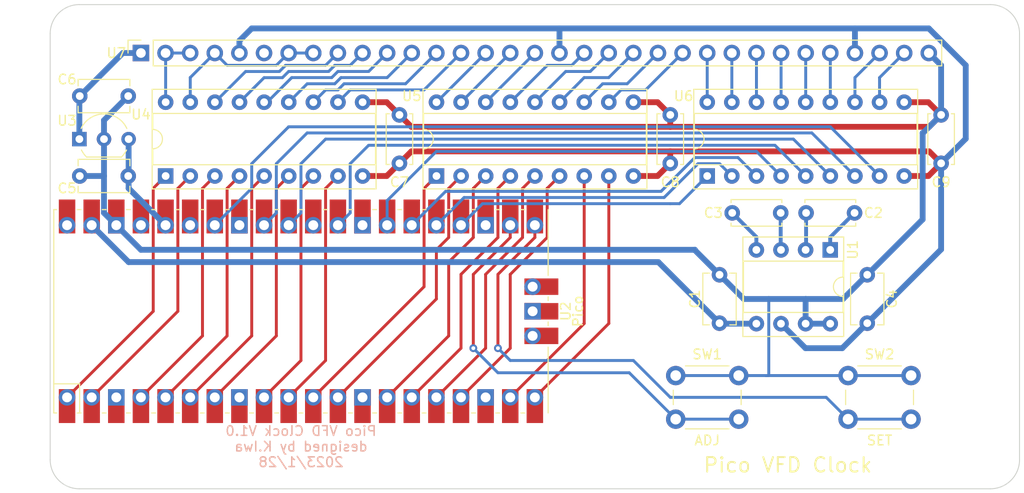
<source format=kicad_pcb>
(kicad_pcb (version 20211014) (generator pcbnew)
  (layers (0 "F.Cu" signal) (31 "B.Cu" signal) (34 "B.Paste" user) (35 "F.Paste" user) (36 "B.SilkS" user "B.Silkscreen") (37 "F.SilkS" user "F.Silkscreen") (38 "B.Mask" user) (39 "F.Mask" user) (44 "Edge.Cuts" user))
  (net 0 "")
  (net 1 "VCC")
  (net 2 "GND")
  (net 3 "+12V")
  (net 4 "Net-(C2-Pad2)")
  (net 5 "+3V3")
  (net 6 "+2V5")
  (net 7 "Dot")
  (net 8 "1adeg")
  (net 10 "1b")
  (net 11 "1c")
  (net 12 "2f")
  (net 13 "2g")
  (net 15 "2a")
  (net 16 "2b")
  (net 17 "2d")
  (net 18 "2c")
  (net 20 "2e")
  (net 21 "3f")
  (net 22 "3g")
  (net 23 "3ad")
  (net 25 "3b")
  (net 26 "3e")
  (net 27 "3c")
  (net 28 "4f")
  (net 30 "4g")
  (net 31 "4a")
  (net 32 "4b")
  (net 33 "4e")
  (net 35 "4c")
  (net 36 "4d")
  (net 44 "Net-(U4-Pad11)")
  (net 45 "Net-(U4-Pad12)")
  (net 46 "Net-(U4-Pad13)")
  (net 47 "Net-(U4-Pad14)")
  (net 48 "Net-(U4-Pad15)")
  (net 49 "Net-(U4-Pad16)")
  (net 50 "Net-(U4-Pad17)")
  (net 51 "Net-(U4-Pad18)")
  (net 52 "Net-(U5-Pad11)")
  (net 53 "Net-(U5-Pad12)")
  (net 54 "Net-(U5-Pad13)")
  (net 55 "Net-(U5-Pad14)")
  (net 56 "Net-(U5-Pad15)")
  (net 57 "Net-(U5-Pad16)")
  (net 58 "Net-(U5-Pad17)")
  (net 59 "Net-(U5-Pad18)")
  (net 60 "Net-(U6-Pad11)")
  (net 61 "Net-(U6-Pad12)")
  (net 62 "Net-(U6-Pad13)")
  (net 63 "Net-(U6-Pad14)")
  (net 64 "Net-(U6-Pad15)")
  (net 65 "Net-(U6-Pad16)")
  (net 66 "Net-(U6-Pad17)")
  (net 67 "Net-(U6-Pad18)")
  (net 70 "Net-(C2-Pad1)")
  (net 71 "Net-(C3-Pad1)")
  (net 72 "Net-(C3-Pad2)")
  (net 73 "Net-(SW1-Pad1)")
  (net 74 "Net-(SW2-Pad1)")
  (footprint "MountingHole:MountingHole_3.2mm_M3" (layer "F.Cu") (at 181.62 108.04)
    (fp_text reference "REF**" hide)
    (fp_text value "MountingHole_3.2mm_M3" hide)
  )
  (footprint "Button_Switch_THT:SW_PUSH_6mm_H7.3mm" (layer "F.Cu") (at 155.65 103.85 180)
    (fp_text reference "SW1")
    (fp_text value "ADJ")
  )
  (footprint "Package_DIP:DIP-18_W7.62mm_Socket" (layer "F.Cu") (at 152.4 78.74 90)
    (fp_text reference "U6")
    (fp_text value "TBD62783A")
  )
  (footprint "Capacitor_THT:C_Disc_D5.1mm_W3.2mm_P5.00mm" (layer "F.Cu") (at 92.67 78.74 180)
    (fp_text reference "C5")
    (fp_text value "4.7u")
  )
  (footprint "MCU_RaspberryPi_and_Boards:RPi_Pico_SMD_TH" (layer "F.Cu") (at 110.49 92.71 90)
    (fp_text reference "U2")
    (fp_text value "Pico")
  )
  (footprint "Capacitor_THT:C_Disc_D5.1mm_W3.2mm_P5.00mm" (layer "F.Cu") (at 153.67 93.94 90)
    (fp_text reference "C1")
    (fp_text value "4.7u")
  )
  (footprint "Package_DIP:DIP-18_W7.62mm_Socket" (layer "F.Cu") (at 124.47 78.74 90)
    (fp_text reference "U5")
    (fp_text value "TBD62783A")
  )
  (footprint "Package_DIP:DIP-18_W7.62mm_Socket" (layer "F.Cu") (at 96.53 78.74 90)
    (fp_text reference "U4")
    (fp_text value "TBD62783A")
  )
  (footprint "Capacitor_THT:C_Disc_D5.0mm_W2.5mm_P5.00mm" (layer "F.Cu") (at 148.59 72.43 -90)
    (fp_text reference "C8")
    (fp_text value "0.1u")
  )
  (footprint "MountingHole:MountingHole_3.2mm_M3" (layer "F.Cu") (at 87.62 108.04)
    (fp_text reference "REF**" hide)
    (fp_text value "MountingHole_3.2mm_M3" hide)
  )
  (footprint "Capacitor_THT:C_Disc_D5.0mm_W2.5mm_P5.00mm" (layer "F.Cu") (at 120.65 72.43 -90)
    (fp_text reference "C7")
    (fp_text value "0.1u")
  )
  (footprint "Package_TO_SOT_THT:TO-92_Inline_Wide" (layer "F.Cu") (at 87.63 74.93)
    (fp_text reference "U3")
    (fp_text value "UT7500L-T25-T92-B-K")
  )
  (footprint "Capacitor_THT:C_Disc_D5.1mm_W3.2mm_P5.00mm" (layer "F.Cu") (at 168.91 93.94 90)
    (fp_text reference "C4")
    (fp_text value "4.7u")
  )
  (footprint "Package_DIP:DIP-8_W7.62mm_Socket" (layer "F.Cu") (at 165.09 86.37 -90)
    (fp_text reference "U1")
    (fp_text value "MAX662")
  )
  (footprint "Capacitor_THT:C_Disc_D5.0mm_W2.5mm_P5.00mm" (layer "F.Cu") (at 154.98 82.55)
    (fp_text reference "C3")
    (fp_text value "0.33u")
  )
  (footprint "Capacitor_THT:C_Disc_D5.0mm_W2.5mm_P5.00mm" (layer "F.Cu") (at 176.53 72.43 -90)
    (fp_text reference "C9")
    (fp_text value "0.1u")
  )
  (footprint "MountingHole:MountingHole_3.2mm_M3" (layer "F.Cu") (at 181.62 64.04)
    (fp_text reference "REF**" hide)
    (fp_text value "MountingHole_3.2mm_M3" hide)
  )
  (footprint "Capacitor_THT:C_Disc_D5.0mm_W2.5mm_P5.00mm" (layer "F.Cu") (at 162.6 82.55)
    (fp_text reference "C2")
    (fp_text value "0.33u")
  )
  (footprint "MountingHole:MountingHole_3.2mm_M3" (layer "F.Cu") (at 87.62 64.04)
    (fp_text reference "REF**" hide)
    (fp_text value "MountingHole_3.2mm_M3" hide)
  )
  (footprint "Connector_PinSocket_2.54mm:PinSocket_1x33_P2.54mm_Vertical" (layer "F.Cu") (at 93.98 66.04 90)
    (fp_text reference "U7")
    (fp_text value "LD8195")
  )
  (footprint "Capacitor_THT:C_Disc_D5.1mm_W3.2mm_P5.00mm" (layer "F.Cu") (at 87.67 70.485)
    (fp_text reference "C6")
    (fp_text value "4.7u")
  )
  (footprint "Button_Switch_THT:SW_PUSH_6mm_H7.3mm" (layer "F.Cu") (at 173.43 103.85 180)
    (fp_text reference "SW2")
    (fp_text value "SET")
  )
  (gr_arc (start 87.62 111.04) (mid 85.49868 110.16132) (end 84.62 108.04) (layer "Edge.Cuts") (width 0.1))
  (gr_line (start 181.62 111.04) (end 87.62 111.04) (layer "Edge.Cuts") (width 0.1))
  (gr_arc (start 84.62 64.04) (mid 85.49868 61.91868) (end 87.62 61.04) (layer "Edge.Cuts") (width 0.1))
  (gr_arc (start 184.62 108.04) (mid 183.74132 110.16132) (end 181.62 111.04) (layer "Edge.Cuts") (width 0.1))
  (gr_line (start 84.62 108.04) (end 84.62 64.04) (layer "Edge.Cuts") (width 0.1))
  (gr_line (start 87.62 61.04) (end 181.62 61.04) (layer "Edge.Cuts") (width 0.1))
  (gr_line (start 184.62 64.04) (end 184.62 108.04) (layer "Edge.Cuts") (width 0.1))
  (gr_arc (start 181.62 61.04) (mid 183.74132 61.91868) (end 184.62 64.04) (layer "Edge.Cuts") (width 0.1))
  (gr_text "Pico VFD Clock V1.0\ndesigned by K.Iwa\n2023/1/28" (at 110.49 106.68) (layer "B.SilkS") (effects (font (size 1 1)) (justify mirror)))
  (gr_text "Pico VFD Clock " (at 161.29 108.585) (layer "F.SilkS") (effects (font (size 1.5 1.5) (thickness 0.2))))
  (segment (start 147.36 87.63) (end 92.71 87.63) (width 0.6) (layer "B.Cu") (net 1))
  (segment (start 153.72 93.99) (end 153.67 93.94) (width 0.6) (layer "B.Cu") (net 1))
  (segment (start 92.71 87.63) (end 88.9 83.82) (width 0.6) (layer "B.Cu") (net 1))
  (segment (start 153.67 93.94) (end 147.36 87.63) (width 0.6) (layer "B.Cu") (net 1))
  (segment (start 157.47 93.99) (end 153.72 93.99) (width 0.6) (layer "B.Cu") (net 1))
  (segment (start 121.88 73.66) (end 148.59 73.66) (width 0.6) (layer "F.Cu") (net 2))
  (segment (start 148.59 73.66) (end 175.3 73.66) (width 0.6) (layer "F.Cu") (net 2))
  (segment (start 116.85 71.12) (end 119.34 71.12) (width 0.6) (layer "F.Cu") (net 2))
  (segment (start 119.34 71.12) (end 120.65 72.43) (width 0.6) (layer "F.Cu") (net 2))
  (segment (start 175.3 73.66) (end 176.53 72.43) (width 0.6) (layer "F.Cu") (net 2))
  (segment (start 175.22 71.12) (end 176.53 72.43) (width 0.6) (layer "F.Cu") (net 2))
  (segment (start 120.65 72.43) (end 121.88 73.66) (width 0.6) (layer "F.Cu") (net 2))
  (segment (start 144.79 71.12) (end 147.28 71.12) (width 0.6) (layer "F.Cu") (net 2))
  (segment (start 148.59 72.43) (end 148.59 73.66) (width 0.6) (layer "F.Cu") (net 2))
  (segment (start 172.72 71.12) (end 175.22 71.12) (width 0.6) (layer "F.Cu") (net 2))
  (segment (start 147.28 71.12) (end 148.59 72.43) (width 0.6) (layer "F.Cu") (net 2))
  (segment (start 92.67 70.485) (end 90.17 72.985) (width 0.6) (layer "B.Cu") (net 2))
  (segment (start 91.44 83.82) (end 93.98 86.36) (width 0.6) (layer "B.Cu") (net 2))
  (segment (start 158.75 91.44) (end 162.56 91.44) (width 0.6) (layer "B.Cu") (net 2))
  (segment (start 162.55 93.99) (end 162.55 91.45) (width 0.6) (layer "B.Cu") (net 2))
  (segment (start 151.13 86.36) (end 151.13 86.4) (width 0.6) (layer "B.Cu") (net 2))
  (segment (start 158.714 99.35) (end 158.75 99.314) (width 0.3) (layer "B.Cu") (net 2))
  (segment (start 158.46 99.35) (end 155.65 99.35) (width 0.3) (layer "B.Cu") (net 2))
  (segment (start 174.625 74.295) (end 174.665 74.295) (width 0.6) (layer "B.Cu") (net 2))
  (segment (start 176.53 72.43) (end 176.53 67.31) (width 0.6) (layer "B.Cu") (net 2))
  (segment (start 174.625 83.225) (end 174.625 74.295) (width 0.6) (layer "B.Cu") (net 2))
  (segment (start 90.17 82.55) (end 90.17 78.74) (width 0.6) (layer "B.Cu") (net 2))
  (segment (start 158.75 99.314) (end 158.75 91.44) (width 0.3) (layer "B.Cu") (net 2))
  (segment (start 173.43 99.35) (end 166.93 99.35) (width 0.3) (layer "B.Cu") (net 2))
  (segment (start 93.98 86.36) (end 151.13 86.36) (width 0.6) (layer "B.Cu") (net 2))
  (segment (start 162.56 91.44) (end 166.41 91.44) (width 0.6) (layer "B.Cu") (net 2))
  (segment (start 91.44 83.82) (end 90.17 82.55) (width 0.6) (layer "B.Cu") (net 2))
  (segment (start 162.55 91.45) (end 162.56 91.44) (width 0.6) (layer "B.Cu") (net 2))
  (segment (start 166.41 91.44) (end 168.91 88.94) (width 0.6) (layer "B.Cu") (net 2))
  (segment (start 174.665 74.295) (end 176.53 72.43) (width 0.6) (layer "B.Cu") (net 2))
  (segment (start 162.55 93.99) (end 165.09 93.99) (width 0.6) (layer "B.Cu") (net 2))
  (segment (start 176.53 67.31) (end 175.26 66.04) (width 0.6) (layer "B.Cu") (net 2))
  (segment (start 156.17 91.44) (end 158.75 91.44) (width 0.6) (layer "B.Cu") (net 2))
  (segment (start 87.67 78.74) (end 90.17 78.74) (width 0.6) (layer "B.Cu") (net 2))
  (segment (start 149.15 99.35) (end 155.65 99.35) (width 0.3) (layer "B.Cu") (net 2))
  (segment (start 90.17 72.985) (end 90.17 74.93) (width 0.6) (layer "B.Cu") (net 2))
  (segment (start 90.17 78.74) (end 90.17 74.93) (width 0.6) (layer "B.Cu") (net 2))
  (segment (start 166.93 99.35) (end 158.46 99.35) (width 0.3) (layer "B.Cu") (net 2))
  (segment (start 153.67 88.94) (end 156.17 91.44) (width 0.6) (layer "B.Cu") (net 2))
  (segment (start 168.91 88.94) (end 174.625 83.225) (width 0.6) (layer "B.Cu") (net 2))
  (segment (start 158.46 99.35) (end 158.714 99.35) (width 0.3) (layer "B.Cu") (net 2))
  (segment (start 151.13 86.4) (end 153.67 88.94) (width 0.6) (layer "B.Cu") (net 2))
  (segment (start 176.53 77.43) (end 175.3 76.2) (width 0.6) (layer "F.Cu") (net 3))
  (segment (start 116.85 78.74) (end 119.34 78.74) (width 0.6) (layer "F.Cu") (net 3))
  (segment (start 147.28 78.74) (end 148.59 77.43) (width 0.6) (layer "F.Cu") (net 3))
  (segment (start 121.88 76.2) (end 120.65 77.43) (width 0.6) (layer "F.Cu") (net 3))
  (segment (start 119.34 78.74) (end 120.65 77.43) (width 0.6) (layer "F.Cu") (net 3))
  (segment (start 175.22 78.74) (end 176.53 77.43) (width 0.6) (layer "F.Cu") (net 3))
  (segment (start 144.79 78.74) (end 147.28 78.74) (width 0.6) (layer "F.Cu") (net 3))
  (segment (start 148.59 77.43) (end 148.59 76.2) (width 0.6) (layer "F.Cu") (net 3))
  (segment (start 172.72 78.74) (end 175.22 78.74) (width 0.6) (layer "F.Cu") (net 3))
  (segment (start 148.59 76.2) (end 121.88 76.2) (width 0.6) (layer "F.Cu") (net 3))
  (segment (start 175.3 76.2) (end 148.59 76.2) (width 0.6) (layer "F.Cu") (net 3))
  (segment (start 104.14 64.77) (end 105.41 63.5) (width 0.6) (layer "B.Cu") (net 3))
  (segment (start 176.53 86.32) (end 176.53 77.43) (width 0.6) (layer "B.Cu") (net 3))
  (segment (start 167.64 63.5) (end 167.64 66.04) (width 0.6) (layer "B.Cu") (net 3))
  (segment (start 168.91 93.94) (end 176.53 86.32) (width 0.6) (layer "B.Cu") (net 3))
  (segment (start 179.07 74.89) (end 176.53 77.43) (width 0.6) (layer "B.Cu") (net 3))
  (segment (start 105.41 63.5) (end 137.16 63.5) (width 0.6) (layer "B.Cu") (net 3))
  (segment (start 162.54 96.52) (end 160.01 93.99) (width 0.6) (layer "B.Cu") (net 3))
  (segment (start 175.26 63.5) (end 179.07 67.31) (width 0.6) (layer "B.Cu") (net 3))
  (segment (start 167.64 63.5) (end 175.26 63.5) (width 0.6) (layer "B.Cu") (net 3))
  (segment (start 137.16 63.5) (end 137.16 66.04) (width 0.6) (layer "B.Cu") (net 3))
  (segment (start 168.91 93.94) (end 166.33 96.52) (width 0.6) (layer "B.Cu") (net 3))
  (segment (start 104.14 66.04) (end 104.14 64.77) (width 0.6) (layer "B.Cu") (net 3))
  (segment (start 137.16 63.5) (end 167.64 63.5) (width 0.6) (layer "B.Cu") (net 3))
  (segment (start 179.07 67.31) (end 179.07 74.89) (width 0.6) (layer "B.Cu") (net 3))
  (segment (start 166.33 96.52) (end 162.54 96.52) (width 0.6) (layer "B.Cu") (net 3))
  (segment (start 165.09 85.06) (end 167.6 82.55) (width 0.4) (layer "B.Cu") (net 4))
  (segment (start 165.09 86.37) (end 165.09 85.06) (width 0.4) (layer "B.Cu") (net 4))
  (segment (start 92.71 80.01) (end 92.71 74.93) (width 0.6) (layer "B.Cu") (net 5))
  (segment (start 96.52 83.82) (end 92.71 80.01) (width 0.6) (layer "B.Cu") (net 5))
  (segment (start 87.63 70.525) (end 87.67 70.485) (width 0.6) (layer "B.Cu") (net 6))
  (segment (start 87.67 70.485) (end 92.115 66.04) (width 0.6) (layer "B.Cu") (net 6))
  (segment (start 92.115 66.04) (end 93.98 66.04) (width 0.6) (layer "B.Cu") (net 6))
  (segment (start 87.63 74.93) (end 87.63 70.525) (width 0.6) (layer "B.Cu") (net 6))
  (segment (start 95.25 80.01) (end 96.52 78.74) (width 0.3) (layer "F.Cu") (net 7))
  (segment (start 95.25 92.71) (end 95.25 80.01) (width 0.3) (layer "F.Cu") (net 7))
  (segment (start 86.36 101.6) (end 95.25 92.71) (width 0.3) (layer "F.Cu") (net 7))
  (segment (start 96.52 78.74) (end 96.53 78.74) (width 0.3) (layer "F.Cu") (net 7))
  (segment (start 88.9 101.6) (end 97.79 92.71) (width 0.3) (layer "F.Cu") (net 8))
  (segment (start 97.79 80.02) (end 99.07 78.74) (width 0.3) (layer "F.Cu") (net 8))
  (segment (start 97.79 92.71) (end 97.79 80.02) (width 0.3) (layer "F.Cu") (net 8))
  (segment (start 100.33 95.25) (end 100.33 80.02) (width 0.3) (layer "F.Cu") (net 10))
  (segment (start 93.98 101.6) (end 100.33 95.25) (width 0.3) (layer "F.Cu") (net 10))
  (segment (start 100.33 80.02) (end 101.61 78.74) (width 0.3) (layer "F.Cu") (net 10))
  (segment (start 102.87 95.25) (end 102.87 80.02) (width 0.3) (layer "F.Cu") (net 11))
  (segment (start 96.52 101.6) (end 102.87 95.25) (width 0.3) (layer "F.Cu") (net 11))
  (segment (start 102.87 80.02) (end 104.15 78.74) (width 0.3) (layer "F.Cu") (net 11))
  (segment (start 105.41 95.25) (end 105.41 80.02) (width 0.3) (layer "F.Cu") (net 12))
  (segment (start 105.41 80.02) (end 106.69 78.74) (width 0.3) (layer "F.Cu") (net 12))
  (segment (start 99.06 101.6) (end 105.41 95.25) (width 0.3) (layer "F.Cu") (net 12))
  (segment (start 101.6 101.6) (end 107.95 95.25) (width 0.3) (layer "F.Cu") (net 13))
  (segment (start 107.95 80.02) (end 109.23 78.74) (width 0.3) (layer "F.Cu") (net 13))
  (segment (start 107.95 95.25) (end 107.95 80.02) (width 0.3) (layer "F.Cu") (net 13))
  (segment (start 110.49 80.02) (end 111.77 78.74) (width 0.3) (layer "F.Cu") (net 15))
  (segment (start 106.68 101.6) (end 110.49 97.79) (width 0.3) (layer "F.Cu") (net 15))
  (segment (start 110.49 97.79) (end 110.49 80.02) (width 0.3) (layer "F.Cu") (net 15))
  (segment (start 109.22 101.6) (end 113.03 97.79) (width 0.3) (layer "F.Cu") (net 16))
  (segment (start 113.03 80.02) (end 114.31 78.74) (width 0.3) (layer "F.Cu") (net 16))
  (segment (start 113.03 97.79) (end 113.03 80.02) (width 0.3) (layer "F.Cu") (net 16))
  (segment (start 123.19 80.02) (end 124.47 78.74) (width 0.3) (layer "F.Cu") (net 17))
  (segment (start 111.76 101.6) (end 123.19 90.17) (width 0.3) (layer "F.Cu") (net 17))
  (segment (start 123.19 90.17) (end 123.19 80.02) (width 0.3) (layer "F.Cu") (net 17))
  (segment (start 114.3 101.6) (end 124.46 91.44) (width 0.3) (layer "F.Cu") (net 18))
  (segment (start 124.46 86.36) (end 125.73 85.09) (width 0.3) (layer "F.Cu") (net 18))
  (segment (start 124.46 91.44) (end 124.46 86.36) (width 0.3) (layer "F.Cu") (net 18))
  (segment (start 125.73 85.09) (end 125.73 80.01) (width 0.3) (layer "F.Cu") (net 18))
  (segment (start 125.73 80.02) (end 127.01 78.74) (width 0.3) (layer "F.Cu") (net 18))
  (segment (start 125.73 87.63) (end 128.27 85.09) (width 0.3) (layer "F.Cu") (net 20))
  (segment (start 128.27 85.09) (end 128.27 80.02) (width 0.3) (layer "F.Cu") (net 20))
  (segment (start 119.38 101.6) (end 125.73 95.25) (width 0.3) (layer "F.Cu") (net 20))
  (segment (start 125.73 95.25) (end 125.73 87.63) (width 0.3) (layer "F.Cu") (net 20))
  (segment (start 128.27 80.02) (end 129.55 78.74) (width 0.3) (layer "F.Cu") (net 20))
  (segment (start 130.81 85.09) (end 130.81 80.01) (width 0.3) (layer "F.Cu") (net 21))
  (segment (start 130.81 80.02) (end 132.09 78.74) (width 0.3) (layer "F.Cu") (net 21))
  (segment (start 121.92 101.6) (end 127 96.52) (width 0.3) (layer "F.Cu") (net 21))
  (segment (start 127 96.52) (end 127 88.9) (width 0.3) (layer "F.Cu") (net 21))
  (segment (start 127 88.9) (end 130.81 85.09) (width 0.3) (layer "F.Cu") (net 21))
  (segment (start 124.46 101.6) (end 129.54 96.52) (width 0.3) (layer "F.Cu") (net 22))
  (segment (start 129.54 96.52) (end 129.54 88.9) (width 0.3) (layer "F.Cu") (net 22))
  (segment (start 129.54 88.9) (end 133.35 85.09) (width 0.3) (layer "F.Cu") (net 22))
  (segment (start 133.35 80.02) (end 134.63 78.74) (width 0.3) (layer "F.Cu") (net 22))
  (segment (start 133.35 85.09) (end 133.35 80.02) (width 0.3) (layer "F.Cu") (net 22))
  (segment (start 132.08 88.9) (end 135.89 85.09) (width 0.3) (layer "F.Cu") (net 23))
  (segment (start 135.89 80.01) (end 135.9 80.01) (width 0.3) (layer "F.Cu") (net 23))
  (segment (start 132.08 96.52) (end 132.08 88.9) (width 0.3) (layer "F.Cu") (net 23))
  (segment (start 127 101.6) (end 132.08 96.52) (width 0.3) (layer "F.Cu") (net 23))
  (segment (start 135.89 85.09) (end 135.89 80.01) (width 0.3) (layer "F.Cu") (net 23))
  (segment (start 135.9 80.01) (end 137.17 78.74) (width 0.3) (layer "F.Cu") (net 23))
  (segment (start 132.08 101.6) (end 139.71 93.97) (width 0.3) (layer "F.Cu") (net 25))
  (segment (start 139.71 93.97) (end 139.71 78.74) (width 0.3) (layer "F.Cu") (net 25))
  (segment (start 142.25 93.97) (end 142.25 78.74) (width 0.3) (layer "F.Cu") (net 26))
  (segment (start 134.62 101.6) (end 142.25 93.97) (width 0.3) (layer "F.Cu") (net 26))
  (segment (start 148.59 81.5975) (end 149.5425 81.5975) (width 0.3) (layer "B.Cu") (net 27))
  (segment (start 152.4 78.74) (end 149.5425 81.5975) (width 0.3) (layer "B.Cu") (net 27))
  (segment (start 129.2225 81.5975) (end 148.59 81.5975) (width 0.3) (layer "B.Cu") (net 27))
  (segment (start 127 83.82) (end 129.2225 81.5975) (width 0.3) (layer "B.Cu") (net 27))
  (segment (start 124.46 83.82) (end 127.3175 80.9625) (width 0.3) (layer "B.Cu") (net 28))
  (segment (start 154.94 78.74) (end 153.67 77.47) (width 0.3) (layer "B.Cu") (net 28))
  (segment (start 127.3175 80.9625) (end 147.955 80.9625) (width 0.3) (layer "B.Cu") (net 28))
  (segment (start 153.67 77.47) (end 151.4475 77.47) (width 0.3) (layer "B.Cu") (net 28))
  (segment (start 151.4475 77.47) (end 147.955 80.9625) (width 0.3) (layer "B.Cu") (net 28))
  (segment (start 157.48 78.74) (end 155.575 76.835) (width 0.3) (layer "B.Cu") (net 30))
  (segment (start 151.13 76.835) (end 147.6375 80.3275) (width 0.3) (layer "B.Cu") (net 30))
  (segment (start 125.4125 80.3275) (end 147.6375 80.3275) (width 0.3) (layer "B.Cu") (net 30))
  (segment (start 155.575 76.835) (end 151.13 76.835) (width 0.3) (layer "B.Cu") (net 30))
  (segment (start 121.92 83.82) (end 125.4125 80.3275) (width 0.3) (layer "B.Cu") (net 30))
  (segment (start 124.46 76.2) (end 157.48 76.2) (width 0.3) (layer "B.Cu") (net 31))
  (segment (start 157.48 76.2) (end 160.02 78.74) (width 0.3) (layer "B.Cu") (net 31))
  (segment (start 119.38 81.28) (end 124.46 76.2) (width 0.3) (layer "B.Cu") (net 31))
  (segment (start 119.38 83.82) (end 119.38 81.28) (width 0.3) (layer "B.Cu") (net 31))
  (segment (start 114.3 83.82) (end 115.57 82.55) (width 0.3) (layer "B.Cu") (net 32))
  (segment (start 115.57 82.55) (end 115.57 77.47) (width 0.3) (layer "B.Cu") (net 32))
  (segment (start 115.57 77.47) (end 117.475 75.565) (width 0.3) (layer "B.Cu") (net 32))
  (segment (start 159.385 75.565) (end 162.56 78.74) (width 0.3) (layer "B.Cu") (net 32))
  (segment (start 117.475 75.565) (end 159.385 75.565) (width 0.3) (layer "B.Cu") (net 32))
  (segment (start 161.29 74.93) (end 165.1 78.74) (width 0.3) (layer "B.Cu") (net 33))
  (segment (start 109.22 83.82) (end 110.49 82.55) (width 0.3) (layer "B.Cu") (net 33))
  (segment (start 113.03 74.93) (end 161.29 74.93) (width 0.3) (layer "B.Cu") (net 33))
  (segment (start 110.49 82.55) (end 110.49 77.47) (width 0.3) (layer "B.Cu") (net 33))
  (segment (start 110.49 77.47) (end 113.03 74.93) (width 0.3) (layer "B.Cu") (net 33))
  (segment (start 106.68 83.82) (end 107.95 82.55) (width 0.3) (layer "B.Cu") (net 35))
  (segment (start 107.95 82.55) (end 107.95 77.47) (width 0.3) (layer "B.Cu") (net 35))
  (segment (start 163.195 74.295) (end 167.64 78.74) (width 0.3) (layer "B.Cu") (net 35))
  (segment (start 107.95 77.47) (end 111.125 74.295) (width 0.3) (layer "B.Cu") (net 35))
  (segment (start 111.125 74.295) (end 163.195 74.295) (width 0.3) (layer "B.Cu") (net 35))
  (segment (start 109.22 73.66) (end 165.1 73.66) (width 0.3) (layer "B.Cu") (net 36))
  (segment (start 105.41 77.47) (end 109.22 73.66) (width 0.3) (layer "B.Cu") (net 36))
  (segment (start 165.1 73.66) (end 170.18 78.74) (width 0.3) (layer "B.Cu") (net 36))
  (segment (start 105.41 80.01) (end 105.41 77.47) (width 0.3) (layer "B.Cu") (net 36))
  (segment (start 101.6 83.82) (end 105.41 80.01) (width 0.3) (layer "B.Cu") (net 36))
  (segment (start 123.19 69.85) (end 127 66.04) (width 0.3) (layer "B.Cu") (net 44))
  (segment (start 114.31 71.12) (end 115.58 69.85) (width 0.3) (layer "B.Cu") (net 44))
  (segment (start 115.58 69.85) (end 123.19 69.85) (width 0.3) (layer "B.Cu") (net 44))
  (segment (start 114.935 69.215) (end 121.285 69.215) (width 0.3) (layer "B.Cu") (net 45))
  (segment (start 114.3 69.85) (end 114.935 69.215) (width 0.3) (layer "B.Cu") (net 45))
  (segment (start 121.285 69.215) (end 124.46 66.04) (width 0.3) (layer "B.Cu") (net 45))
  (segment (start 111.77 71.12) (end 113.04 69.85) (width 0.3) (layer "B.Cu") (net 45))
  (segment (start 113.04 69.85) (end 114.3 69.85) (width 0.3) (layer "B.Cu") (net 45))
  (segment (start 111.135 69.215) (end 109.23 71.12) (width 0.3) (layer "B.Cu") (net 46))
  (segment (start 114.6175 68.58) (end 113.9825 69.215) (width 0.3) (layer "B.Cu") (net 46))
  (segment (start 119.38 68.58) (end 114.6175 68.58) (width 0.3) (layer "B.Cu") (net 46))
  (segment (start 113.9825 69.215) (end 111.135 69.215) (width 0.3) (layer "B.Cu") (net 46))
  (segment (start 121.92 66.04) (end 119.38 68.58) (width 0.3) (layer "B.Cu") (net 46))
  (segment (start 114.3 67.945) (end 117.475 67.945) (width 0.3) (layer "B.Cu") (net 47))
  (segment (start 109.5375 68.58) (end 113.665 68.58) (width 0.3) (layer "B.Cu") (net 47))
  (segment (start 113.665 68.58) (end 114.3 67.945) (width 0.3) (layer "B.Cu") (net 47))
  (segment (start 106.9975 71.12) (end 109.5375 68.58) (width 0.3) (layer "B.Cu") (net 47))
  (segment (start 106.69 71.12) (end 106.9975 71.12) (width 0.3) (layer "B.Cu") (net 47))
  (segment (start 117.475 67.945) (end 119.38 66.04) (width 0.3) (layer "B.Cu") (net 47))
  (segment (start 104.15 71.12) (end 106.685 68.585) (width 0.3) (layer "B.Cu") (net 48))
  (segment (start 109.22 67.945) (end 113.3475 67.945) (width 0.3) (layer "B.Cu") (net 48))
  (segment (start 113.9825 67.31) (end 115.57 67.31) (width 0.3) (layer "B.Cu") (net 48))
  (segment (start 106.685 68.585) (end 108.58 68.585) (width 0.3) (layer "B.Cu") (net 48))
  (segment (start 108.58 68.585) (end 109.22 67.945) (width 0.3) (layer "B.Cu") (net 48))
  (segment (start 113.3475 67.945) (end 113.9825 67.31) (width 0.3) (layer "B.Cu") (net 48))
  (segment (start 115.57 67.31) (end 116.84 66.04) (width 0.3) (layer "B.Cu") (net 48))
  (segment (start 113.03 67.31) (end 114.3 66.04) (width 0.3) (layer "B.Cu") (net 49))
  (segment (start 104.78 67.95) (end 108.2625 67.95) (width 0.3) (layer "B.Cu") (net 49))
  (segment (start 108.9025 67.31) (end 113.03 67.31) (width 0.3) (layer "B.Cu") (net 49))
  (segment (start 108.2625 67.95) (end 108.9025 67.31) (width 0.3) (layer "B.Cu") (net 49))
  (segment (start 101.61 71.12) (end 104.78 67.95) (width 0.3) (layer "B.Cu") (net 49))
  (segment (start 99.07 68.57) (end 101.6 66.04) (width 0.3) (layer "B.Cu") (net 50))
  (segment (start 111.76 66.04) (end 109.22 66.04) (width 0.3) (layer "B.Cu") (net 50))
  (segment (start 99.07 71.12) (end 99.07 68.57) (width 0.3) (layer "B.Cu") (net 50))
  (segment (start 109.22 66.04) (end 107.95 67.31) (width 0.3) (layer "B.Cu") (net 50))
  (segment (start 107.95 67.31) (end 102.87 67.31) (width 0.3) (layer "B.Cu") (net 50))
  (segment (start 102.87 67.31) (end 101.6 66.04) (width 0.3) (layer "B.Cu") (net 50))
  (segment (start 96.53 66.05) (end 96.52 66.04) (width 0.3) (layer "B.Cu") (net 51))
  (segment (start 96.53 71.12) (end 96.53 66.05) (width 0.3) (layer "B.Cu") (net 51))
  (segment (start 96.52 66.04) (end 99.06 66.04) (width 0.3) (layer "B.Cu") (net 51))
  (segment (start 146.05 69.85) (end 149.86 66.04) (width 0.3) (layer "B.Cu") (net 52))
  (segment (start 143.52 69.85) (end 146.05 69.85) (width 0.3) (layer "B.Cu") (net 52))
  (segment (start 142.25 71.12) (end 143.52 69.85) (width 0.3) (layer "B.Cu") (net 52))
  (segment (start 141.615 69.215) (end 144.145 69.215) (width 0.3) (layer "B.Cu") (net 53))
  (segment (start 144.145 69.215) (end 147.32 66.04) (width 0.3) (layer "B.Cu") (net 53))
  (segment (start 139.71 71.12) (end 141.615 69.215) (width 0.3) (layer "B.Cu") (net 53))
  (segment (start 139.3925 68.8975) (end 139.3925 68.8875) (width 0.3) (layer "B.Cu") (net 54))
  (segment (start 139.3925 68.8875) (end 139.7 68.58) (width 0.3) (layer "B.Cu") (net 54))
  (segment (start 137.17 71.12) (end 139.3925 68.8975) (width 0.3) (layer "B.Cu") (net 54))
  (segment (start 142.24 68.58) (end 144.78 66.04) (width 0.3) (layer "B.Cu") (net 54))
  (segment (start 139.7 68.58) (end 142.24 68.58) (width 0.3) (layer "B.Cu") (net 54))
  (segment (start 140.335 67.945) (end 142.24 66.04) (width 0.3) (layer "B.Cu") (net 55))
  (segment (start 134.63 71.12) (end 137.805 67.945) (width 0.3) (layer "B.Cu") (net 55))
  (segment (start 137.805 67.945) (end 140.335 67.945) (width 0.3) (layer "B.Cu") (net 55))
  (segment (start 135.9 67.31) (end 138.43 67.31) (width 0.3) (layer "B.Cu") (net 56))
  (segment (start 132.09 71.12) (end 135.9 67.31) (width 0.3) (layer "B.Cu") (net 56))
  (segment (start 138.43 67.31) (end 139.7 66.04) (width 0.3) (layer "B.Cu") (net 56))
  (segment (start 129.55 71.12) (end 134.62 66.05) (width 0.3) (layer "B.Cu") (net 57))
  (segment (start 134.62 66.05) (end 134.62 66.04) (width 0.3) (layer "B.Cu") (net 57))
  (segment (start 127.01 71.12) (end 132.08 66.05) (width 0.3) (layer "B.Cu") (net 58))
  (segment (start 132.08 66.05) (end 132.08 66.04) (width 0.3) (layer "B.Cu") (net 58))
  (segment (start 124.47 71.12) (end 129.54 66.05) (width 0.3) (layer "B.Cu") (net 59))
  (segment (start 129.54 66.05) (end 129.54 66.04) (width 0.3) (layer "B.Cu") (net 59))
  (segment (start 170.18 68.58) (end 172.72 66.04) (width 0.3) (layer "B.Cu") (net 60))
  (segment (start 170.18 71.12) (end 170.18 68.58) (width 0.3) (layer "B.Cu") (net 60))
  (segment (start 167.64 71.12) (end 167.64 68.58) (width 0.3) (layer "B.Cu") (net 61))
  (segment (start 167.64 68.58) (end 170.18 66.04) (width 0.3) (layer "B.Cu") (net 61))
  (segment (start 165.1 66.04) (end 165.1 71.12) (width 0.3) (layer "B.Cu") (net 62))
  (segment (start 162.56 66.04) (end 162.56 71.12) (width 0.3) (layer "B.Cu") (net 63))
  (segment (start 160.02 66.04) (end 160.02 71.12) (width 0.3) (layer "B.Cu") (net 64))
  (segment (start 157.48 66.04) (end 157.48 71.12) (width 0.3) (layer "B.Cu") (net 65))
  (segment (start 154.94 66.04) (end 154.94 71.12) (width 0.3) (layer "B.Cu") (net 66))
  (segment (start 152.4 66.04) (end 152.4 71.12) (width 0.3) (layer "B.Cu") (net 67))
  (segment (start 162.6 82.55) (end 162.6 86.32) (width 0.4) (layer "B.Cu") (net 70))
  (segment (start 162.6 86.32) (end 162.55 86.37) (width 0.4) (layer "B.Cu") (net 70))
  (segment (start 157.47 86.37) (end 157.47 85.04) (width 0.4) (layer "B.Cu") (net 71))
  (segment (start 157.47 85.04) (end 154.98 82.55) (width 0.4) (layer "B.Cu") (net 71))
  (segment (start 159.98 82.55) (end 159.98 86.34) (width 0.4) (layer "B.Cu") (net 72))
  (segment (start 159.98 86.34) (end 160.01 86.37) (width 0.4) (layer "B.Cu") (net 72))
  (segment (start 128.27 88.9) (end 128.27 96.52) (width 0.3) (layer "F.Cu") (net 73))
  (segment (start 132.08 85.09) (end 128.27 88.9) (width 0.3) (layer "F.Cu") (net 73))
  (segment (start 132.08 83.82) (end 132.08 85.09) (width 0.3) (layer "F.Cu") (net 73))
  (via (at 128.27 96.52) (size 0.8) (drill 0.4) (layers "F.Cu" "B.Cu") (net 73))
  (segment (start 144.36 99.06) (end 149.15 103.85) (width 0.3) (layer "B.Cu") (net 73))
  (segment (start 155.65 103.85) (end 149.15 103.85) (width 0.3) (layer "B.Cu") (net 73))
  (segment (start 130.81 99.06) (end 144.36 99.06) (width 0.3) (layer "B.Cu") (net 73))
  (segment (start 128.27 96.52) (end 130.81 99.06) (width 0.3) (layer "B.Cu") (net 73))
  (segment (start 130.81 88.9) (end 130.81 96.52) (width 0.3) (layer "F.Cu") (net 74))
  (segment (start 134.62 85.09) (end 130.81 88.9) (width 0.3) (layer "F.Cu") (net 74))
  (segment (start 134.62 83.82) (end 134.62 85.09) (width 0.3) (layer "F.Cu") (net 74))
  (via (at 130.81 96.52) (size 0.8) (drill 0.4) (layers "F.Cu" "B.Cu") (net 74))
  (segment (start 164.68 101.6) (end 166.93 103.85) (width 0.3) (layer "B.Cu") (net 74))
  (segment (start 130.81 96.52) (end 132.08 97.79) (width 0.3) (layer "B.Cu") (net 74))
  (segment (start 132.08 97.79) (end 144.78 97.79) (width 0.3) (layer "B.Cu") (net 74))
  (segment (start 166.93 103.85) (end 173.43 103.85) (width 0.3) (layer "B.Cu") (net 74))
  (segment (start 148.59 101.6) (end 164.68 101.6) (width 0.3) (layer "B.Cu") (net 74))
  (segment (start 144.78 97.79) (end 148.59 101.6) (width 0.3) (layer "B.Cu") (net 74))
)
</source>
